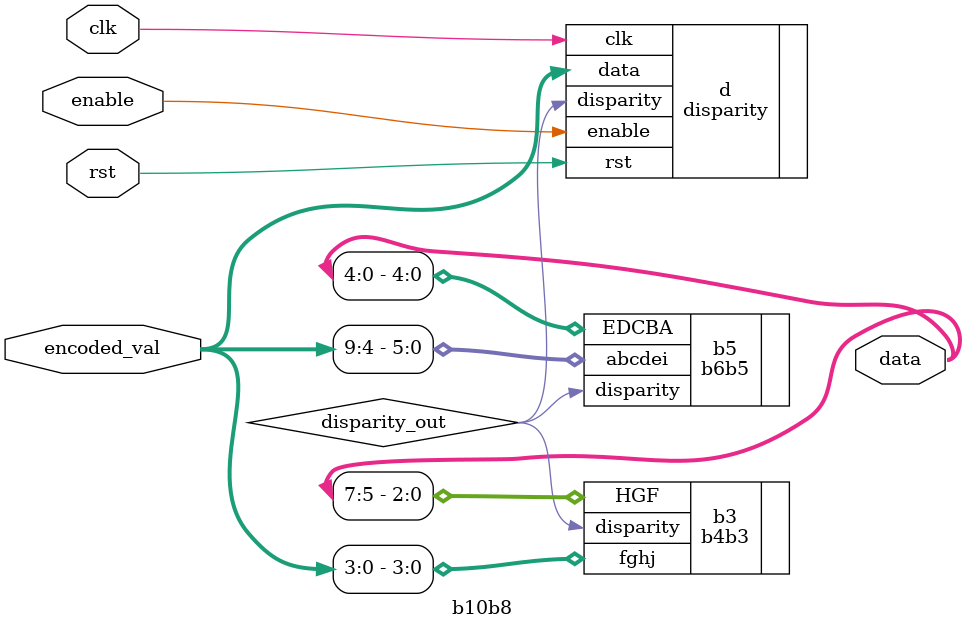
<source format=sv>
module b10b8(
            output reg [7:0]data,
            input clk,
            input rst,
            input enable,
            input [9:0]encoded_val
);

  b4b3 b3(.HGF(data[7:5]),
          .disparity(disparity_out),
          .fghj(encoded_val[3:0]));
          
  b6b5 b5(.EDCBA(data[4:0]),
          .disparity(disparity_out),
          .abcdei(encoded_val[9:4]));
          
  disparity d(.data(encoded_val),
              .rst(rst),
              .clk(clk),
              .enable(enable),
              .disparity(disparity_out));

endmodule
</source>
